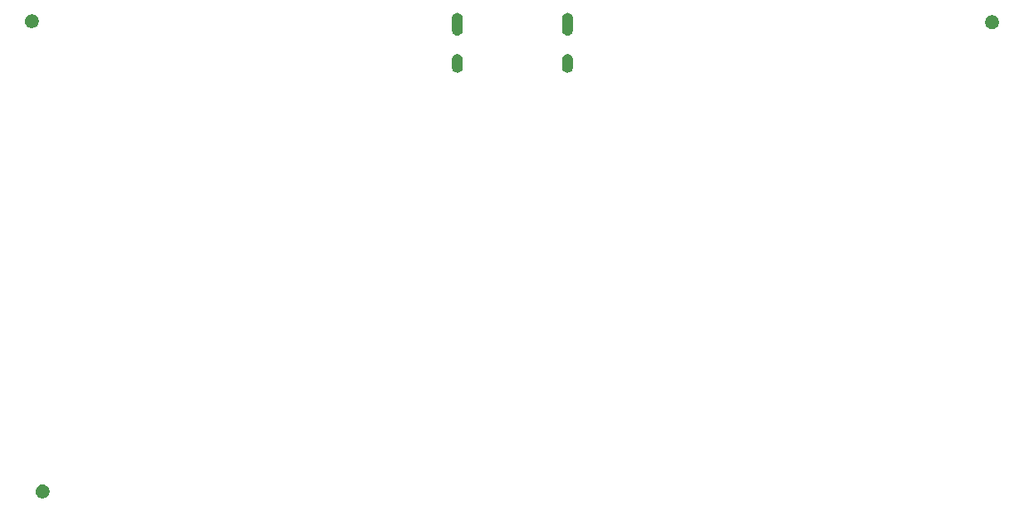
<source format=gbr>
G04 #@! TF.GenerationSoftware,KiCad,Pcbnew,(5.1.6)-1*
G04 #@! TF.CreationDate,2020-05-28T20:04:45-07:00*
G04 #@! TF.ProjectId,crokto,63726f6b-746f-42e6-9b69-6361645f7063,rev?*
G04 #@! TF.SameCoordinates,Original*
G04 #@! TF.FileFunction,Soldermask,Bot*
G04 #@! TF.FilePolarity,Negative*
%FSLAX46Y46*%
G04 Gerber Fmt 4.6, Leading zero omitted, Abs format (unit mm)*
G04 Created by KiCad (PCBNEW (5.1.6)-1) date 2020-05-28 20:04:45*
%MOMM*%
%LPD*%
G01*
G04 APERTURE LIST*
%ADD10C,0.100000*%
G04 APERTURE END LIST*
D10*
G36*
X2304473Y-48325938D02*
G01*
X2432049Y-48378782D01*
X2546859Y-48455495D01*
X2644505Y-48553141D01*
X2721218Y-48667951D01*
X2774062Y-48795527D01*
X2801000Y-48930956D01*
X2801000Y-49069044D01*
X2774062Y-49204473D01*
X2721218Y-49332049D01*
X2644505Y-49446859D01*
X2546859Y-49544505D01*
X2432049Y-49621218D01*
X2304473Y-49674062D01*
X2169044Y-49701000D01*
X2030956Y-49701000D01*
X1895527Y-49674062D01*
X1767951Y-49621218D01*
X1653141Y-49544505D01*
X1555495Y-49446859D01*
X1478782Y-49332049D01*
X1425938Y-49204473D01*
X1399000Y-49069044D01*
X1399000Y-48930956D01*
X1425938Y-48795527D01*
X1478782Y-48667951D01*
X1555495Y-48553141D01*
X1653141Y-48455495D01*
X1767951Y-48378782D01*
X1895527Y-48325938D01*
X2030956Y-48299000D01*
X2169044Y-48299000D01*
X2304473Y-48325938D01*
G37*
G36*
X44488015Y-4356973D02*
G01*
X44591879Y-4388479D01*
X44619055Y-4403005D01*
X44687600Y-4439643D01*
X44771501Y-4508499D01*
X44840357Y-4592400D01*
X44876995Y-4660945D01*
X44891521Y-4688121D01*
X44923027Y-4791985D01*
X44931000Y-4872933D01*
X44931000Y-5727067D01*
X44923027Y-5808015D01*
X44891521Y-5911879D01*
X44840356Y-6007600D01*
X44771501Y-6091501D01*
X44702645Y-6148009D01*
X44687599Y-6160357D01*
X44635907Y-6187987D01*
X44591878Y-6211521D01*
X44488014Y-6243027D01*
X44380000Y-6253666D01*
X44271985Y-6243027D01*
X44168121Y-6211521D01*
X44124093Y-6187987D01*
X44072401Y-6160357D01*
X44059643Y-6149887D01*
X43988499Y-6091501D01*
X43919644Y-6007600D01*
X43868479Y-5911878D01*
X43836973Y-5808014D01*
X43829000Y-5727066D01*
X43829000Y-4872933D01*
X43836973Y-4791985D01*
X43868480Y-4688121D01*
X43886302Y-4654779D01*
X43919644Y-4592400D01*
X43988500Y-4508499D01*
X44072401Y-4439643D01*
X44140946Y-4403005D01*
X44168122Y-4388479D01*
X44271986Y-4356973D01*
X44380000Y-4346334D01*
X44488015Y-4356973D01*
G37*
G36*
X55728015Y-4356973D02*
G01*
X55831879Y-4388479D01*
X55859055Y-4403005D01*
X55927600Y-4439643D01*
X56011501Y-4508499D01*
X56080357Y-4592400D01*
X56116995Y-4660945D01*
X56131521Y-4688121D01*
X56163027Y-4791985D01*
X56171000Y-4872933D01*
X56171000Y-5727067D01*
X56163027Y-5808015D01*
X56131521Y-5911879D01*
X56080356Y-6007600D01*
X56011501Y-6091501D01*
X55942645Y-6148009D01*
X55927599Y-6160357D01*
X55875907Y-6187987D01*
X55831878Y-6211521D01*
X55728014Y-6243027D01*
X55620000Y-6253666D01*
X55511985Y-6243027D01*
X55408121Y-6211521D01*
X55364093Y-6187987D01*
X55312401Y-6160357D01*
X55299643Y-6149887D01*
X55228499Y-6091501D01*
X55159644Y-6007600D01*
X55108479Y-5911878D01*
X55076973Y-5808014D01*
X55069000Y-5727066D01*
X55069000Y-4872933D01*
X55076973Y-4791985D01*
X55108480Y-4688121D01*
X55126302Y-4654779D01*
X55159644Y-4592400D01*
X55228500Y-4508499D01*
X55312401Y-4439643D01*
X55380946Y-4403005D01*
X55408122Y-4388479D01*
X55511986Y-4356973D01*
X55620000Y-4346334D01*
X55728015Y-4356973D01*
G37*
G36*
X44488015Y-156973D02*
G01*
X44591879Y-188479D01*
X44619055Y-203005D01*
X44687600Y-239643D01*
X44771501Y-308499D01*
X44840357Y-392400D01*
X44874082Y-455495D01*
X44891521Y-488121D01*
X44923027Y-591985D01*
X44931000Y-672933D01*
X44931000Y-1927067D01*
X44923027Y-2008015D01*
X44891521Y-2111879D01*
X44840356Y-2207600D01*
X44771501Y-2291501D01*
X44702645Y-2348009D01*
X44687599Y-2360357D01*
X44635907Y-2387987D01*
X44591878Y-2411521D01*
X44488014Y-2443027D01*
X44380000Y-2453666D01*
X44271985Y-2443027D01*
X44168121Y-2411521D01*
X44124093Y-2387987D01*
X44072401Y-2360357D01*
X44059643Y-2349887D01*
X43988499Y-2291501D01*
X43919644Y-2207600D01*
X43868479Y-2111878D01*
X43836973Y-2008014D01*
X43829000Y-1927066D01*
X43829001Y-672933D01*
X43836974Y-591985D01*
X43868480Y-488121D01*
X43885919Y-455495D01*
X43919644Y-392400D01*
X43988500Y-308499D01*
X44072401Y-239643D01*
X44140946Y-203005D01*
X44168122Y-188479D01*
X44271986Y-156973D01*
X44380000Y-146334D01*
X44488015Y-156973D01*
G37*
G36*
X55728015Y-156973D02*
G01*
X55831879Y-188479D01*
X55859055Y-203005D01*
X55927600Y-239643D01*
X56011501Y-308499D01*
X56080357Y-392400D01*
X56114082Y-455495D01*
X56131521Y-488121D01*
X56163027Y-591985D01*
X56171000Y-672933D01*
X56171000Y-1927067D01*
X56163027Y-2008015D01*
X56131521Y-2111879D01*
X56080356Y-2207600D01*
X56011501Y-2291501D01*
X55942645Y-2348009D01*
X55927599Y-2360357D01*
X55875907Y-2387987D01*
X55831878Y-2411521D01*
X55728014Y-2443027D01*
X55620000Y-2453666D01*
X55511985Y-2443027D01*
X55408121Y-2411521D01*
X55364093Y-2387987D01*
X55312401Y-2360357D01*
X55299643Y-2349887D01*
X55228499Y-2291501D01*
X55159644Y-2207600D01*
X55108479Y-2111878D01*
X55076973Y-2008014D01*
X55069000Y-1927066D01*
X55069001Y-672933D01*
X55076974Y-591985D01*
X55108480Y-488121D01*
X55125919Y-455495D01*
X55159644Y-392400D01*
X55228500Y-308499D01*
X55312401Y-239643D01*
X55380946Y-203005D01*
X55408122Y-188479D01*
X55511986Y-156973D01*
X55620000Y-146334D01*
X55728015Y-156973D01*
G37*
G36*
X99104473Y-425938D02*
G01*
X99232049Y-478782D01*
X99346859Y-555495D01*
X99444505Y-653141D01*
X99521218Y-767951D01*
X99574062Y-895527D01*
X99601000Y-1030956D01*
X99601000Y-1169044D01*
X99574062Y-1304473D01*
X99521218Y-1432049D01*
X99444505Y-1546859D01*
X99346859Y-1644505D01*
X99232049Y-1721218D01*
X99104473Y-1774062D01*
X98969044Y-1801000D01*
X98830956Y-1801000D01*
X98695527Y-1774062D01*
X98567951Y-1721218D01*
X98453141Y-1644505D01*
X98355495Y-1546859D01*
X98278782Y-1432049D01*
X98225938Y-1304473D01*
X98199000Y-1169044D01*
X98199000Y-1030956D01*
X98225938Y-895527D01*
X98278782Y-767951D01*
X98355495Y-653141D01*
X98453141Y-555495D01*
X98567951Y-478782D01*
X98695527Y-425938D01*
X98830956Y-399000D01*
X98969044Y-399000D01*
X99104473Y-425938D01*
G37*
G36*
X1204473Y-325938D02*
G01*
X1332049Y-378782D01*
X1446859Y-455495D01*
X1544505Y-553141D01*
X1621218Y-667951D01*
X1674062Y-795527D01*
X1701000Y-930956D01*
X1701000Y-1069044D01*
X1674062Y-1204473D01*
X1621218Y-1332049D01*
X1544505Y-1446859D01*
X1446859Y-1544505D01*
X1332049Y-1621218D01*
X1204473Y-1674062D01*
X1069044Y-1701000D01*
X930956Y-1701000D01*
X795527Y-1674062D01*
X667951Y-1621218D01*
X553141Y-1544505D01*
X455495Y-1446859D01*
X378782Y-1332049D01*
X325938Y-1204473D01*
X299000Y-1069044D01*
X299000Y-930956D01*
X325938Y-795527D01*
X378782Y-667951D01*
X455495Y-553141D01*
X553141Y-455495D01*
X667951Y-378782D01*
X795527Y-325938D01*
X930956Y-299000D01*
X1069044Y-299000D01*
X1204473Y-325938D01*
G37*
M02*

</source>
